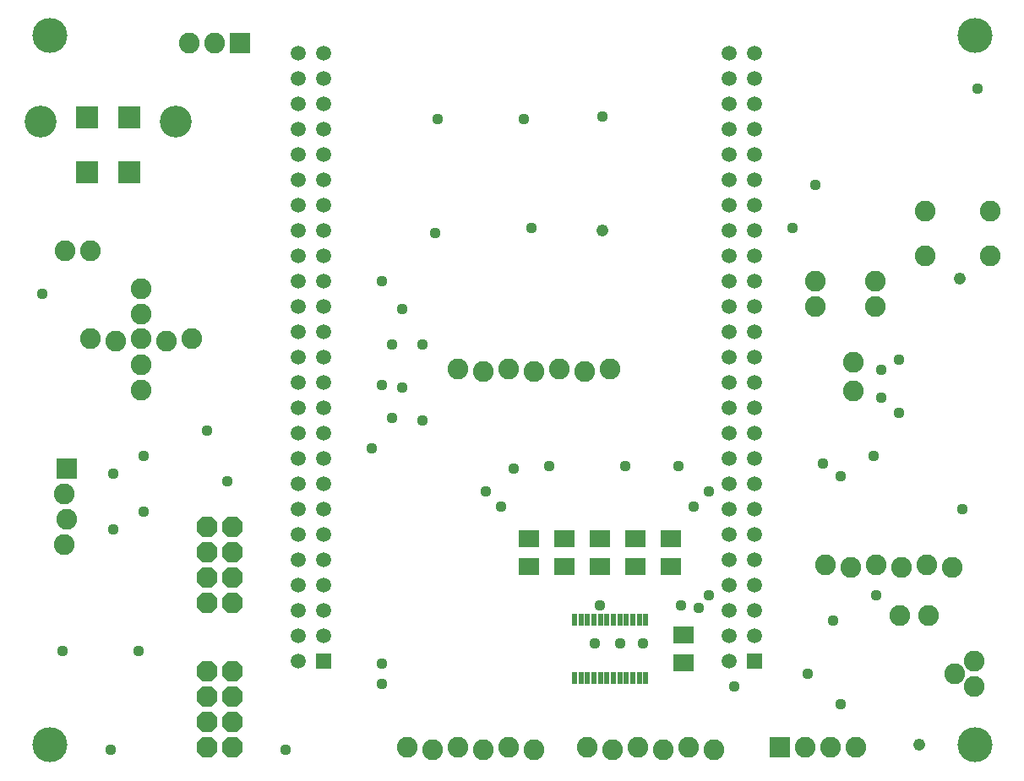
<source format=gbs>
G75*
G70*
%OFA0B0*%
%FSLAX24Y24*%
%IPPOS*%
%LPD*%
%AMOC8*
5,1,8,0,0,1.08239X$1,22.5*
%
%ADD10C,0.0820*%
%ADD11R,0.0820X0.0820*%
%ADD12C,0.1380*%
%ADD13OC8,0.0820*%
%ADD14R,0.0595X0.0595*%
%ADD15C,0.0595*%
%ADD16R,0.0907X0.0907*%
%ADD17C,0.1261*%
%ADD18R,0.0789X0.0710*%
%ADD19R,0.0200X0.0470*%
%ADD20C,0.0440*%
%ADD21C,0.0476*%
D10*
X002151Y010521D03*
X002251Y011521D03*
X002151Y012521D03*
X005201Y016621D03*
X005201Y017621D03*
X005201Y018671D03*
X004201Y018571D03*
X003201Y018671D03*
X005201Y019621D03*
X005201Y020621D03*
X003201Y022121D03*
X002201Y022121D03*
X006201Y018571D03*
X007201Y018671D03*
X017701Y017471D03*
X018701Y017371D03*
X019701Y017471D03*
X020701Y017371D03*
X021701Y017471D03*
X022701Y017371D03*
X023701Y017471D03*
X031801Y019921D03*
X031801Y020921D03*
X034151Y020921D03*
X034151Y019921D03*
X033301Y017741D03*
X033301Y016601D03*
X036121Y021931D03*
X036121Y023711D03*
X038681Y023711D03*
X038681Y021931D03*
X036201Y009721D03*
X037201Y009621D03*
X035201Y009621D03*
X034201Y009721D03*
X033201Y009621D03*
X032201Y009721D03*
X035131Y007721D03*
X036271Y007721D03*
X038051Y005921D03*
X037301Y005421D03*
X038051Y004921D03*
X033401Y002521D03*
X032401Y002521D03*
X031401Y002521D03*
X027801Y002421D03*
X026801Y002521D03*
X025801Y002421D03*
X024801Y002521D03*
X023801Y002421D03*
X022801Y002521D03*
X020701Y002421D03*
X019701Y002521D03*
X018701Y002421D03*
X017701Y002521D03*
X016701Y002421D03*
X015701Y002521D03*
X008101Y030321D03*
X007101Y030321D03*
D11*
X009101Y030321D03*
X002251Y013521D03*
X030401Y002521D03*
D12*
X001601Y002621D03*
X001601Y030621D03*
X038101Y030621D03*
X038101Y002621D03*
D13*
X008801Y002521D03*
X007801Y002521D03*
X007801Y003521D03*
X008801Y003521D03*
X008801Y004521D03*
X007801Y004521D03*
X007801Y005521D03*
X008801Y005521D03*
X008801Y008221D03*
X007801Y008221D03*
X007801Y009221D03*
X008801Y009221D03*
X008801Y010221D03*
X007801Y010221D03*
X007801Y011221D03*
X008801Y011221D03*
D14*
X012401Y005921D03*
X029401Y005921D03*
D15*
X029401Y006921D03*
X029401Y007921D03*
X029401Y008921D03*
X029401Y009921D03*
X029401Y010921D03*
X029401Y011921D03*
X028401Y011921D03*
X028401Y010921D03*
X028401Y009921D03*
X028401Y008921D03*
X028401Y007921D03*
X028401Y006921D03*
X028401Y005921D03*
X028401Y012921D03*
X029401Y012921D03*
X029401Y013921D03*
X029401Y014921D03*
X029401Y015921D03*
X029401Y016921D03*
X029401Y017921D03*
X029401Y018921D03*
X029401Y019921D03*
X029401Y020921D03*
X028401Y020921D03*
X028401Y019921D03*
X028401Y018921D03*
X028401Y017921D03*
X028401Y016921D03*
X028401Y015921D03*
X028401Y014921D03*
X028401Y013921D03*
X028401Y021921D03*
X029401Y021921D03*
X029401Y022921D03*
X029401Y023921D03*
X029401Y024921D03*
X029401Y025921D03*
X029401Y026921D03*
X029401Y027921D03*
X029401Y028921D03*
X029401Y029921D03*
X028401Y029921D03*
X028401Y028921D03*
X028401Y027921D03*
X028401Y026921D03*
X028401Y025921D03*
X028401Y024921D03*
X028401Y023921D03*
X028401Y022921D03*
X012401Y022921D03*
X011401Y022921D03*
X011401Y023921D03*
X012401Y023921D03*
X012401Y024921D03*
X011401Y024921D03*
X011401Y025921D03*
X012401Y025921D03*
X012401Y026921D03*
X011401Y026921D03*
X011401Y027921D03*
X012401Y027921D03*
X012401Y028921D03*
X011401Y028921D03*
X011401Y029921D03*
X012401Y029921D03*
X012401Y021921D03*
X011401Y021921D03*
X011401Y020921D03*
X012401Y020921D03*
X012401Y019921D03*
X011401Y019921D03*
X011401Y018921D03*
X012401Y018921D03*
X012401Y017921D03*
X011401Y017921D03*
X011401Y016921D03*
X012401Y016921D03*
X012401Y015921D03*
X011401Y015921D03*
X011401Y014921D03*
X012401Y014921D03*
X012401Y013921D03*
X011401Y013921D03*
X011401Y012921D03*
X012401Y012921D03*
X012401Y011921D03*
X011401Y011921D03*
X011401Y010921D03*
X012401Y010921D03*
X012401Y009921D03*
X011401Y009921D03*
X011401Y008921D03*
X012401Y008921D03*
X012401Y007921D03*
X011401Y007921D03*
X011401Y006921D03*
X012401Y006921D03*
X011401Y005921D03*
D16*
X004728Y025238D03*
X003074Y025238D03*
X003074Y027404D03*
X004728Y027404D03*
D17*
X006578Y027223D03*
X001224Y027223D03*
D18*
X020501Y010772D03*
X020501Y009670D03*
X021901Y009670D03*
X021901Y010772D03*
X023301Y010772D03*
X023301Y009670D03*
X024701Y009670D03*
X024701Y010772D03*
X026101Y010772D03*
X026101Y009670D03*
X026601Y006972D03*
X026601Y005870D03*
D19*
X025108Y005272D03*
X024852Y005272D03*
X024596Y005272D03*
X024341Y005272D03*
X024085Y005272D03*
X023829Y005272D03*
X023573Y005272D03*
X023317Y005272D03*
X023061Y005272D03*
X022805Y005272D03*
X022549Y005272D03*
X022293Y005272D03*
X022293Y007570D03*
X022549Y007570D03*
X022805Y007570D03*
X023061Y007570D03*
X023317Y007570D03*
X023573Y007570D03*
X023829Y007570D03*
X024085Y007570D03*
X024341Y007570D03*
X024596Y007570D03*
X024852Y007570D03*
X025108Y007570D03*
D20*
X025001Y006621D03*
X024101Y006621D03*
X023101Y006621D03*
X023301Y008121D03*
X026501Y008121D03*
X027201Y008021D03*
X027601Y008521D03*
X031501Y005421D03*
X032801Y004221D03*
X032501Y007521D03*
X034201Y008521D03*
X037601Y011921D03*
X034101Y014021D03*
X032801Y013221D03*
X032101Y013721D03*
X035101Y015721D03*
X034401Y016321D03*
X034401Y017421D03*
X035101Y017821D03*
X030901Y023021D03*
X031801Y024721D03*
X038201Y028521D03*
X023401Y027421D03*
X020301Y027321D03*
X016901Y027321D03*
X020601Y023021D03*
X016801Y022821D03*
X014701Y020921D03*
X015501Y019821D03*
X015101Y018421D03*
X016301Y018421D03*
X014701Y016821D03*
X015501Y016721D03*
X015101Y015521D03*
X016301Y015421D03*
X014301Y014321D03*
X018801Y012621D03*
X019401Y012021D03*
X019901Y013521D03*
X021301Y013621D03*
X024301Y013621D03*
X026401Y013621D03*
X027601Y012621D03*
X027001Y012021D03*
X028601Y004921D03*
X014701Y005021D03*
X014701Y005821D03*
X010901Y002421D03*
X005101Y006321D03*
X002101Y006321D03*
X004001Y002421D03*
X004101Y011121D03*
X005301Y011821D03*
X004101Y013321D03*
X005301Y014021D03*
X007801Y015021D03*
X008601Y013021D03*
X001301Y020421D03*
D21*
X023401Y022921D03*
X037501Y021021D03*
X035901Y002621D03*
M02*

</source>
